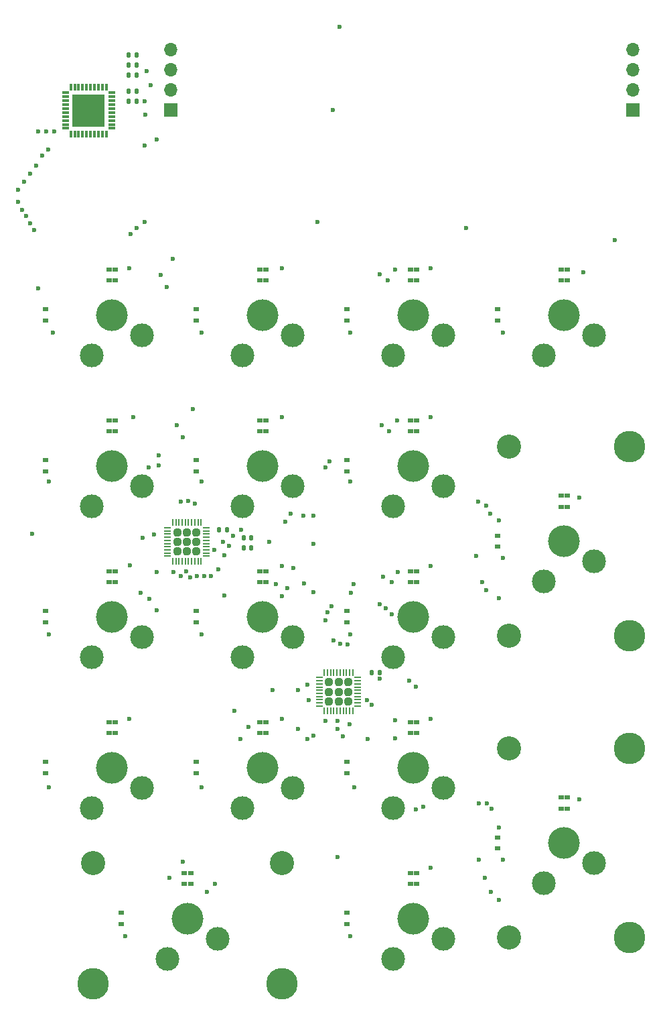
<source format=gbr>
%TF.GenerationSoftware,KiCad,Pcbnew,(6.0.5)*%
%TF.CreationDate,2022-06-21T22:17:49+02:00*%
%TF.ProjectId,Numpad,4e756d70-6164-42e6-9b69-6361645f7063,rev?*%
%TF.SameCoordinates,Original*%
%TF.FileFunction,Soldermask,Top*%
%TF.FilePolarity,Negative*%
%FSLAX46Y46*%
G04 Gerber Fmt 4.6, Leading zero omitted, Abs format (unit mm)*
G04 Created by KiCad (PCBNEW (6.0.5)) date 2022-06-21 22:17:49*
%MOMM*%
%LPD*%
G01*
G04 APERTURE LIST*
G04 Aperture macros list*
%AMRoundRect*
0 Rectangle with rounded corners*
0 $1 Rounding radius*
0 $2 $3 $4 $5 $6 $7 $8 $9 X,Y pos of 4 corners*
0 Add a 4 corners polygon primitive as box body*
4,1,4,$2,$3,$4,$5,$6,$7,$8,$9,$2,$3,0*
0 Add four circle primitives for the rounded corners*
1,1,$1+$1,$2,$3*
1,1,$1+$1,$4,$5*
1,1,$1+$1,$6,$7*
1,1,$1+$1,$8,$9*
0 Add four rect primitives between the rounded corners*
20,1,$1+$1,$2,$3,$4,$5,0*
20,1,$1+$1,$4,$5,$6,$7,0*
20,1,$1+$1,$6,$7,$8,$9,0*
20,1,$1+$1,$8,$9,$2,$3,0*%
G04 Aperture macros list end*
%ADD10R,0.700000X0.600000*%
%ADD11C,3.000000*%
%ADD12C,4.000000*%
%ADD13C,3.048000*%
%ADD14C,3.987800*%
%ADD15R,0.650000X0.600000*%
%ADD16RoundRect,0.135000X-0.135000X-0.185000X0.135000X-0.185000X0.135000X0.185000X-0.135000X0.185000X0*%
%ADD17RoundRect,0.135000X0.135000X0.185000X-0.135000X0.185000X-0.135000X-0.185000X0.135000X-0.185000X0*%
%ADD18RoundRect,0.008100X-0.126900X0.421900X-0.126900X-0.421900X0.126900X-0.421900X0.126900X0.421900X0*%
%ADD19RoundRect,0.008100X-0.421900X-0.126900X0.421900X-0.126900X0.421900X0.126900X-0.421900X0.126900X0*%
%ADD20R,4.100000X4.100000*%
%ADD21R,1.700000X1.700000*%
%ADD22O,1.700000X1.700000*%
%ADD23RoundRect,0.140000X-0.140000X-0.170000X0.140000X-0.170000X0.140000X0.170000X-0.140000X0.170000X0*%
%ADD24RoundRect,0.062500X-0.350000X-0.062500X0.350000X-0.062500X0.350000X0.062500X-0.350000X0.062500X0*%
%ADD25RoundRect,0.062500X-0.062500X-0.350000X0.062500X-0.350000X0.062500X0.350000X-0.062500X0.350000X0*%
%ADD26RoundRect,0.242500X-0.242500X-0.242500X0.242500X-0.242500X0.242500X0.242500X-0.242500X0.242500X0*%
%ADD27RoundRect,0.140000X0.140000X0.170000X-0.140000X0.170000X-0.140000X-0.170000X0.140000X-0.170000X0*%
%ADD28C,0.600000*%
G04 APERTURE END LIST*
D10*
%TO.C,D18*%
X26089000Y-61060000D03*
X26089000Y-62460000D03*
%TD*%
D11*
%TO.C,K_ZERO1*%
X47829000Y-140500000D03*
D12*
X44019000Y-137960000D03*
D13*
X55957000Y-130975000D03*
D14*
X32081000Y-146215000D03*
X55957000Y-146215000D03*
D11*
X41479000Y-143040000D03*
D13*
X32081000Y-130975000D03*
%TD*%
D15*
%TO.C,D12*%
X72194000Y-94095000D03*
X72194000Y-95495000D03*
X72994000Y-94095000D03*
X72994000Y-95495000D03*
%TD*%
D16*
%TO.C,R5*%
X36574000Y-30226000D03*
X37594000Y-30226000D03*
%TD*%
D17*
%TO.C,R1*%
X37594000Y-33528000D03*
X36574000Y-33528000D03*
%TD*%
D18*
%TO.C,U1*%
X33764000Y-33028000D03*
X33264000Y-33028000D03*
X32764000Y-33028000D03*
X32264000Y-33028000D03*
X31764000Y-33028000D03*
X31264000Y-33028000D03*
X30764000Y-33028000D03*
X30264000Y-33028000D03*
X29764000Y-33028000D03*
X29264000Y-33028000D03*
D19*
X28579000Y-33713000D03*
X28579000Y-34213000D03*
X28579000Y-34713000D03*
X28579000Y-35213000D03*
X28579000Y-35713000D03*
X28579000Y-36213000D03*
X28579000Y-36713000D03*
X28579000Y-37213000D03*
X28579000Y-37713000D03*
X28579000Y-38213000D03*
D18*
X29264000Y-38898000D03*
X29764000Y-38898000D03*
X30264000Y-38898000D03*
X30764000Y-38898000D03*
X31264000Y-38898000D03*
X31764000Y-38898000D03*
X32264000Y-38898000D03*
X32764000Y-38898000D03*
X33264000Y-38898000D03*
X33764000Y-38898000D03*
D19*
X34449000Y-38213000D03*
X34449000Y-37713000D03*
X34449000Y-37213000D03*
X34449000Y-36713000D03*
X34449000Y-36213000D03*
X34449000Y-35713000D03*
X34449000Y-35213000D03*
X34449000Y-34713000D03*
X34449000Y-34213000D03*
X34449000Y-33713000D03*
D20*
X31514000Y-35963000D03*
%TD*%
D10*
%TO.C,D25*%
X45139000Y-99160000D03*
X45139000Y-100560000D03*
%TD*%
D17*
%TO.C,R3*%
X68328000Y-106934000D03*
X67308000Y-106934000D03*
%TD*%
D11*
%TO.C,K_TWO1*%
X50999000Y-123995000D03*
X57349000Y-121455000D03*
D12*
X53539000Y-118915000D03*
%TD*%
D11*
%TO.C,K_DOT1*%
X76399000Y-140505000D03*
D12*
X72589000Y-137965000D03*
D11*
X70049000Y-143045000D03*
%TD*%
D15*
%TO.C,D10*%
X72194000Y-55995000D03*
X72194000Y-57395000D03*
X72994000Y-55995000D03*
X72994000Y-57395000D03*
%TD*%
%TO.C,D4*%
X34094000Y-113145000D03*
X34094000Y-114545000D03*
X34894000Y-113145000D03*
X34894000Y-114545000D03*
%TD*%
D12*
%TO.C,K_SLASH1*%
X53539000Y-61765000D03*
D11*
X50999000Y-66845000D03*
X57349000Y-64305000D03*
%TD*%
D10*
%TO.C,D19*%
X26089000Y-80110000D03*
X26089000Y-81510000D03*
%TD*%
%TO.C,D29*%
X64189000Y-99160000D03*
X64189000Y-100560000D03*
%TD*%
%TO.C,D27*%
X64189000Y-61060000D03*
X64189000Y-62460000D03*
%TD*%
D15*
%TO.C,D6*%
X53144000Y-55995000D03*
X53144000Y-57395000D03*
X53944000Y-55995000D03*
X53944000Y-57395000D03*
%TD*%
D13*
%TO.C,K_ENTER1*%
X84659000Y-140373000D03*
D11*
X95454000Y-130975000D03*
X89104000Y-133515000D03*
D13*
X84659000Y-116497000D03*
D12*
X91644000Y-128435000D03*
D14*
X99899000Y-140373000D03*
X99899000Y-116497000D03*
%TD*%
D15*
%TO.C,D3*%
X34094000Y-94095000D03*
X34094000Y-95495000D03*
X34894000Y-94095000D03*
X34894000Y-95495000D03*
%TD*%
%TO.C,D13*%
X72194000Y-113145000D03*
X72194000Y-114545000D03*
X72994000Y-113145000D03*
X72994000Y-114545000D03*
%TD*%
D17*
%TO.C,R2*%
X49024000Y-88900000D03*
X48004000Y-88900000D03*
%TD*%
D15*
%TO.C,D7*%
X53144000Y-75045000D03*
X53144000Y-76445000D03*
X53944000Y-75045000D03*
X53944000Y-76445000D03*
%TD*%
D11*
%TO.C,K_MINUS1*%
X89099000Y-66845000D03*
D12*
X91639000Y-61765000D03*
D11*
X95449000Y-64305000D03*
%TD*%
D10*
%TO.C,D34*%
X83239000Y-127735000D03*
X83239000Y-129135000D03*
%TD*%
%TO.C,D33*%
X83239000Y-89635000D03*
X83239000Y-91035000D03*
%TD*%
D15*
%TO.C,D5*%
X43619000Y-132195000D03*
X43619000Y-133595000D03*
X44419000Y-132195000D03*
X44419000Y-133595000D03*
%TD*%
D21*
%TO.C,J1*%
X100320000Y-35894000D03*
D22*
X100320000Y-33354000D03*
X100320000Y-30814000D03*
X100320000Y-28274000D03*
%TD*%
D15*
%TO.C,D17*%
X91244000Y-122670000D03*
X91244000Y-124070000D03*
X92044000Y-122670000D03*
X92044000Y-124070000D03*
%TD*%
%TO.C,D9*%
X53144000Y-113145000D03*
X53144000Y-114545000D03*
X53944000Y-113145000D03*
X53944000Y-114545000D03*
%TD*%
D10*
%TO.C,D26*%
X45139000Y-118210000D03*
X45139000Y-119610000D03*
%TD*%
%TO.C,D22*%
X35614000Y-137260000D03*
X35614000Y-138660000D03*
%TD*%
D11*
%TO.C,K_PLUS1*%
X95454000Y-92875000D03*
D14*
X99899000Y-102273000D03*
D13*
X84659000Y-78397000D03*
D12*
X91644000Y-90335000D03*
D11*
X89104000Y-95415000D03*
D13*
X84659000Y-102273000D03*
D14*
X99899000Y-78397000D03*
%TD*%
D15*
%TO.C,D2*%
X34094000Y-75045000D03*
X34094000Y-76445000D03*
X34894000Y-75045000D03*
X34894000Y-76445000D03*
%TD*%
D11*
%TO.C,K_THREE1*%
X70049000Y-123995000D03*
D12*
X72589000Y-118915000D03*
D11*
X76399000Y-121455000D03*
%TD*%
%TO.C,K_SEVEN1*%
X31949000Y-85895000D03*
X38299000Y-83355000D03*
D12*
X34489000Y-80815000D03*
%TD*%
D10*
%TO.C,D30*%
X64189000Y-118210000D03*
X64189000Y-119610000D03*
%TD*%
D15*
%TO.C,D14*%
X72194000Y-132195000D03*
X72194000Y-133595000D03*
X72994000Y-132195000D03*
X72994000Y-133595000D03*
%TD*%
%TO.C,D15*%
X91244000Y-55995000D03*
X91244000Y-57395000D03*
X92044000Y-55995000D03*
X92044000Y-57395000D03*
%TD*%
%TO.C,D1*%
X34094000Y-55995000D03*
X34094000Y-57395000D03*
X34894000Y-55995000D03*
X34894000Y-57395000D03*
%TD*%
D10*
%TO.C,D21*%
X26089000Y-118210000D03*
X26089000Y-119610000D03*
%TD*%
%TO.C,D28*%
X64189000Y-80110000D03*
X64189000Y-81510000D03*
%TD*%
D12*
%TO.C,K_FOUR1*%
X34489000Y-99865000D03*
D11*
X38299000Y-102405000D03*
X31949000Y-104945000D03*
%TD*%
D10*
%TO.C,D23*%
X45139000Y-61060000D03*
X45139000Y-62460000D03*
%TD*%
D16*
%TO.C,R4*%
X36574000Y-28956000D03*
X37594000Y-28956000D03*
%TD*%
D17*
%TO.C,R6*%
X37594000Y-31496000D03*
X36574000Y-31496000D03*
%TD*%
D12*
%TO.C,K_ONE1*%
X34489000Y-118915000D03*
D11*
X38299000Y-121455000D03*
X31949000Y-123995000D03*
%TD*%
D15*
%TO.C,D8*%
X53144000Y-94095000D03*
X53144000Y-95495000D03*
X53944000Y-94095000D03*
X53944000Y-95495000D03*
%TD*%
D23*
%TO.C,C5*%
X36604000Y-34798000D03*
X37564000Y-34798000D03*
%TD*%
D15*
%TO.C,D16*%
X91244000Y-84570000D03*
X91244000Y-85970000D03*
X92044000Y-84570000D03*
X92044000Y-85970000D03*
%TD*%
D10*
%TO.C,D32*%
X83239000Y-61060000D03*
X83239000Y-62460000D03*
%TD*%
%TO.C,D20*%
X26089000Y-99160000D03*
X26089000Y-100560000D03*
%TD*%
D11*
%TO.C,K_FIVE1*%
X50999000Y-104945000D03*
D12*
X53539000Y-99865000D03*
D11*
X57349000Y-102405000D03*
%TD*%
D24*
%TO.C,U2*%
X41504500Y-88624000D03*
X41504500Y-89024000D03*
X41504500Y-89424000D03*
X41504500Y-89824000D03*
X41504500Y-90224000D03*
X41504500Y-90624000D03*
X41504500Y-91024000D03*
X41504500Y-91424000D03*
X41504500Y-91824000D03*
X41504500Y-92224000D03*
D25*
X42142000Y-92861500D03*
X42542000Y-92861500D03*
X42942000Y-92861500D03*
X43342000Y-92861500D03*
X43742000Y-92861500D03*
X44142000Y-92861500D03*
X44542000Y-92861500D03*
X44942000Y-92861500D03*
X45342000Y-92861500D03*
X45742000Y-92861500D03*
D24*
X46379500Y-92224000D03*
X46379500Y-91824000D03*
D26*
X45142000Y-90424000D03*
X43942000Y-91624000D03*
X43942000Y-90424000D03*
X45142000Y-89224000D03*
X42742000Y-90424000D03*
X45142000Y-91624000D03*
X42742000Y-91624000D03*
X42742000Y-89224000D03*
X43942000Y-89224000D03*
D24*
X46379500Y-91424000D03*
X46379500Y-91024000D03*
X46379500Y-90624000D03*
X46379500Y-90224000D03*
X46379500Y-89824000D03*
X46379500Y-89424000D03*
X46379500Y-89024000D03*
X46379500Y-88624000D03*
D25*
X45742000Y-87986500D03*
X45342000Y-87986500D03*
X44942000Y-87986500D03*
X44542000Y-87986500D03*
X44142000Y-87986500D03*
X43742000Y-87986500D03*
X43342000Y-87986500D03*
X42942000Y-87986500D03*
X42542000Y-87986500D03*
X42142000Y-87986500D03*
%TD*%
D24*
%TO.C,U3*%
X60681500Y-107547000D03*
X60681500Y-107947000D03*
X60681500Y-108347000D03*
X60681500Y-108747000D03*
X60681500Y-109147000D03*
X60681500Y-109547000D03*
X60681500Y-109947000D03*
X60681500Y-110347000D03*
X60681500Y-110747000D03*
X60681500Y-111147000D03*
D25*
X61319000Y-111784500D03*
X61719000Y-111784500D03*
X62119000Y-111784500D03*
X62519000Y-111784500D03*
X62919000Y-111784500D03*
X63319000Y-111784500D03*
X63719000Y-111784500D03*
X64119000Y-111784500D03*
X64519000Y-111784500D03*
X64919000Y-111784500D03*
D24*
X65556500Y-111147000D03*
X65556500Y-110747000D03*
D26*
X63119000Y-109347000D03*
X64319000Y-108147000D03*
X64319000Y-109347000D03*
X61919000Y-108147000D03*
D24*
X65556500Y-110347000D03*
D26*
X63119000Y-110547000D03*
X63119000Y-108147000D03*
X61919000Y-109347000D03*
X61919000Y-110547000D03*
X64319000Y-110547000D03*
D24*
X65556500Y-109947000D03*
X65556500Y-109547000D03*
X65556500Y-109147000D03*
X65556500Y-108747000D03*
X65556500Y-108347000D03*
X65556500Y-107947000D03*
X65556500Y-107547000D03*
D25*
X64919000Y-106909500D03*
X64519000Y-106909500D03*
X64119000Y-106909500D03*
X63719000Y-106909500D03*
X63319000Y-106909500D03*
X62919000Y-106909500D03*
X62519000Y-106909500D03*
X62119000Y-106909500D03*
X61719000Y-106909500D03*
X61319000Y-106909500D03*
%TD*%
D11*
%TO.C,K_SIX1*%
X76399000Y-102405000D03*
X70049000Y-104945000D03*
D12*
X72589000Y-99865000D03*
%TD*%
D27*
%TO.C,C1*%
X52080328Y-91186000D03*
X51120328Y-91186000D03*
%TD*%
D11*
%TO.C,K_STAR1*%
X70049000Y-66845000D03*
D12*
X72589000Y-61765000D03*
D11*
X76399000Y-64305000D03*
%TD*%
%TO.C,K_EIGHT1*%
X50999000Y-85895000D03*
X57349000Y-83355000D03*
D12*
X53539000Y-80815000D03*
%TD*%
D21*
%TO.C,J2*%
X41926000Y-35894000D03*
D22*
X41926000Y-33354000D03*
X41926000Y-30814000D03*
X41926000Y-28274000D03*
%TD*%
D15*
%TO.C,D11*%
X72194000Y-75045000D03*
X72194000Y-76445000D03*
X72994000Y-75045000D03*
X72994000Y-76445000D03*
%TD*%
D27*
%TO.C,C2*%
X52080328Y-89916000D03*
X51120328Y-89916000D03*
%TD*%
D11*
%TO.C,K_NUMPAD1*%
X38299000Y-64305000D03*
D12*
X34489000Y-61765000D03*
D11*
X31949000Y-66845000D03*
%TD*%
D10*
%TO.C,D31*%
X64189000Y-137260000D03*
X64189000Y-138660000D03*
%TD*%
D11*
%TO.C,K_NINE1*%
X76399000Y-83355000D03*
X70049000Y-85895000D03*
D12*
X72589000Y-80815000D03*
%TD*%
D10*
%TO.C,D24*%
X45139000Y-80110000D03*
X45139000Y-81510000D03*
%TD*%
D28*
X25654000Y-41656000D03*
X24638000Y-51054000D03*
X26974000Y-63992000D03*
X24102475Y-50197889D03*
X24892000Y-42926000D03*
X26466000Y-82788000D03*
X83385903Y-87707316D03*
X24130000Y-43942000D03*
X23626452Y-49305347D03*
X83362000Y-97520000D03*
X26466000Y-102092000D03*
X23114000Y-48514000D03*
X23368000Y-44958000D03*
X26466000Y-121396000D03*
X22606000Y-47498000D03*
X83362000Y-126476000D03*
X22606000Y-45974000D03*
X83362000Y-135620000D03*
X36118000Y-140192000D03*
X45770000Y-63992000D03*
X45770000Y-82788000D03*
X45770000Y-102092000D03*
X45770000Y-121396000D03*
X64566000Y-63992000D03*
X64566000Y-82788000D03*
X64566000Y-102092000D03*
X65074000Y-121396000D03*
X64566000Y-140192000D03*
X83870000Y-63992000D03*
X83870000Y-92440000D03*
X83870000Y-130540000D03*
X67310000Y-110998000D03*
X66802000Y-115316000D03*
X57985000Y-109147000D03*
X38862000Y-30988000D03*
X57952430Y-114057618D03*
X38608000Y-40386000D03*
X24384000Y-89408000D03*
X38701299Y-36445054D03*
X25146000Y-58420000D03*
X48641000Y-92075000D03*
X54810000Y-109147000D03*
X38612045Y-34788894D03*
X38354000Y-89916000D03*
X38100000Y-96884520D03*
X48641000Y-97155000D03*
X44720000Y-73644000D03*
X44958000Y-85598000D03*
X44069480Y-85216520D03*
X43434000Y-77216000D03*
X43180000Y-85344000D03*
X42688000Y-75676000D03*
X61468000Y-113030000D03*
X43815000Y-94107000D03*
X68326000Y-107696000D03*
X49276000Y-90932000D03*
X40132000Y-39624000D03*
X50800000Y-88900000D03*
X47371000Y-91440000D03*
X62992000Y-113030000D03*
X42218922Y-94229011D03*
X66675000Y-110363000D03*
X40132000Y-94234000D03*
X40132000Y-99060000D03*
X39370000Y-32766000D03*
X82480000Y-124070000D03*
X63627000Y-114935000D03*
X82346000Y-134604000D03*
X72898000Y-124206000D03*
X39116000Y-81026000D03*
X40602000Y-56680000D03*
X40386000Y-80772000D03*
X41364000Y-58204000D03*
X42126000Y-54648000D03*
X40386000Y-79502000D03*
X68580000Y-75692000D03*
X62484000Y-102870000D03*
X63299292Y-103322320D03*
X69523993Y-76436273D03*
X70497000Y-75045000D03*
X64262000Y-103378000D03*
X81788000Y-85852000D03*
X68326000Y-98298000D03*
X81280000Y-95504000D03*
X68724989Y-94851011D03*
X81788000Y-96520000D03*
X69088000Y-98806000D03*
X69859000Y-95495000D03*
X82296000Y-86868000D03*
X80772000Y-85344000D03*
X70612000Y-94234000D03*
X69850000Y-99568000D03*
X80518000Y-92202000D03*
X56388000Y-87884000D03*
X56642000Y-96266000D03*
X62404000Y-35894000D03*
X72898000Y-108712000D03*
X55177262Y-95724876D03*
X65024000Y-95758000D03*
X48514000Y-90424000D03*
X58783011Y-95648989D03*
X58674000Y-87122000D03*
X61468000Y-81026000D03*
X63246000Y-25400000D03*
X59944000Y-90678000D03*
X72080004Y-107923248D03*
X64719750Y-96805095D03*
X59944000Y-87122000D03*
X61976000Y-80264000D03*
X59944000Y-96774000D03*
X54356000Y-90424000D03*
X49784000Y-89662000D03*
X73787000Y-123825000D03*
X81838000Y-123428000D03*
X64501614Y-113461467D03*
X81584000Y-132826000D03*
X57096345Y-86864569D03*
X57404000Y-93726000D03*
X80822000Y-130540000D03*
X80822000Y-123428000D03*
X62992000Y-130175000D03*
X62992000Y-114046000D03*
X70231000Y-115189000D03*
X70231000Y-112903000D03*
X74726000Y-74660000D03*
X74726000Y-55864000D03*
X59309000Y-110363000D03*
X74726000Y-112760000D03*
X59972227Y-114917341D03*
X74726000Y-131556000D03*
X74726000Y-93456000D03*
X41706000Y-132826000D03*
X36626000Y-112760000D03*
X36741335Y-93416482D03*
X36626000Y-55864000D03*
X37134000Y-74660000D03*
X39779308Y-89488624D03*
X39164446Y-97627280D03*
X55930000Y-74660000D03*
X55930000Y-112760000D03*
X55930000Y-93456000D03*
X55930000Y-55864000D03*
X55930000Y-97232000D03*
X59182000Y-108458000D03*
X59182000Y-115316000D03*
X93522000Y-84820000D03*
X93522000Y-122920000D03*
X94030000Y-56372000D03*
X46101000Y-94742000D03*
X49927000Y-111744000D03*
X50673000Y-115316000D03*
X46990000Y-94742000D03*
X47879000Y-93853000D03*
X51705000Y-113776000D03*
X43434000Y-130810000D03*
X43180000Y-94742000D03*
X44323000Y-94869000D03*
X46482000Y-134620000D03*
X45212000Y-94742000D03*
X47498000Y-133604000D03*
X62230000Y-98552000D03*
X70243000Y-55995000D03*
X61722000Y-99314000D03*
X69351000Y-57395000D03*
X68326000Y-56642000D03*
X61468000Y-100330000D03*
X79248000Y-50800000D03*
X26162000Y-38608000D03*
X37592000Y-50800000D03*
X27178000Y-38608000D03*
X60452000Y-50038000D03*
X38608000Y-50038000D03*
X25146000Y-38608000D03*
X98044000Y-52324000D03*
X36830000Y-51562000D03*
X26416000Y-40894000D03*
M02*

</source>
